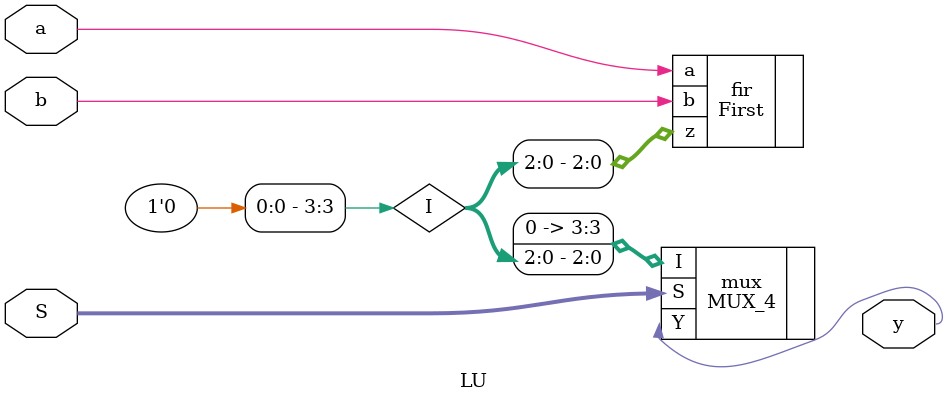
<source format=v>
`timescale 1ns / 1ps


module LU(
input wire a,b,input [1:0] S, output y
    );
    wire [3:0] I;
    First fir(.a(a),.b(b),.z(I[2:0]));
    assign I[3]=1'b0;
    MUX_4 mux(.I(I),.S(S),.Y(y));
endmodule

</source>
